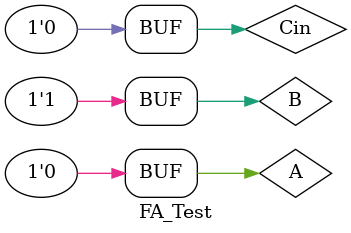
<source format=v>
`timescale 1ns / 1ps




module FA_Test;

	// Inputs
	reg A;
	reg B;
	reg Cin;

	// Outputs
	wire S;
	wire Cout;

	// Instantiate the Unit Under Test (UUT)
	FA uut (
		.A(A), 
		.B(B), 
		.Cin(Cin), 
		.S(S), 
		.Cout(Cout)
	);

	initial begin
		// Initialize Inputs
		A = 1;
		B = 1;
		Cin = 1;

		// Wait 100 ns for global reset to finish
		#100;
		A = 1;
		B = 0;
		Cin = 1;

		// Wait 100 ns for global reset to finish
		#100;
		A = 0;
		B = 1;
		Cin = 0;

		// Wait 100 ns for global reset to finish
		#100;
        
		// Add stimulus here

	end
      
endmodule


</source>
